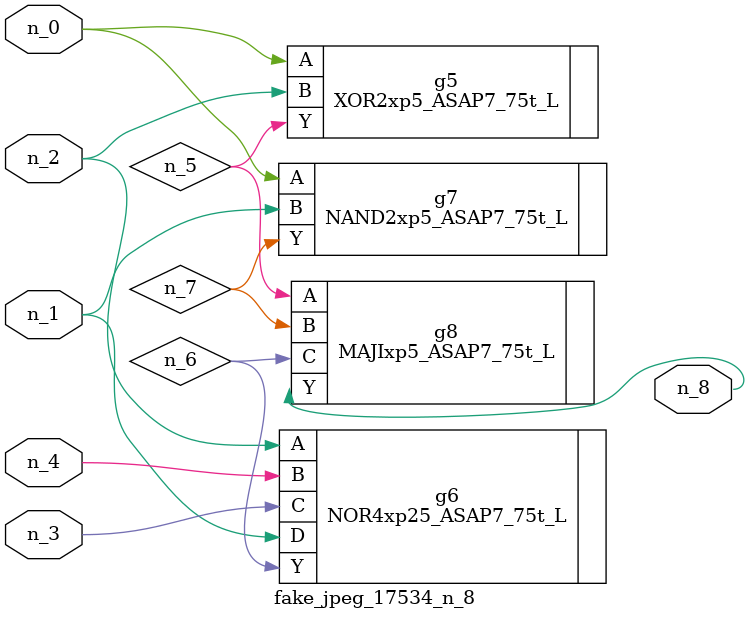
<source format=v>
module fake_jpeg_17534_n_8 (n_3, n_2, n_1, n_0, n_4, n_8);

input n_3;
input n_2;
input n_1;
input n_0;
input n_4;

output n_8;

wire n_6;
wire n_5;
wire n_7;

XOR2xp5_ASAP7_75t_L g5 ( 
.A(n_0),
.B(n_2),
.Y(n_5)
);

NOR4xp25_ASAP7_75t_L g6 ( 
.A(n_2),
.B(n_4),
.C(n_3),
.D(n_1),
.Y(n_6)
);

NAND2xp5_ASAP7_75t_L g7 ( 
.A(n_0),
.B(n_1),
.Y(n_7)
);

MAJIxp5_ASAP7_75t_L g8 ( 
.A(n_5),
.B(n_7),
.C(n_6),
.Y(n_8)
);


endmodule
</source>
